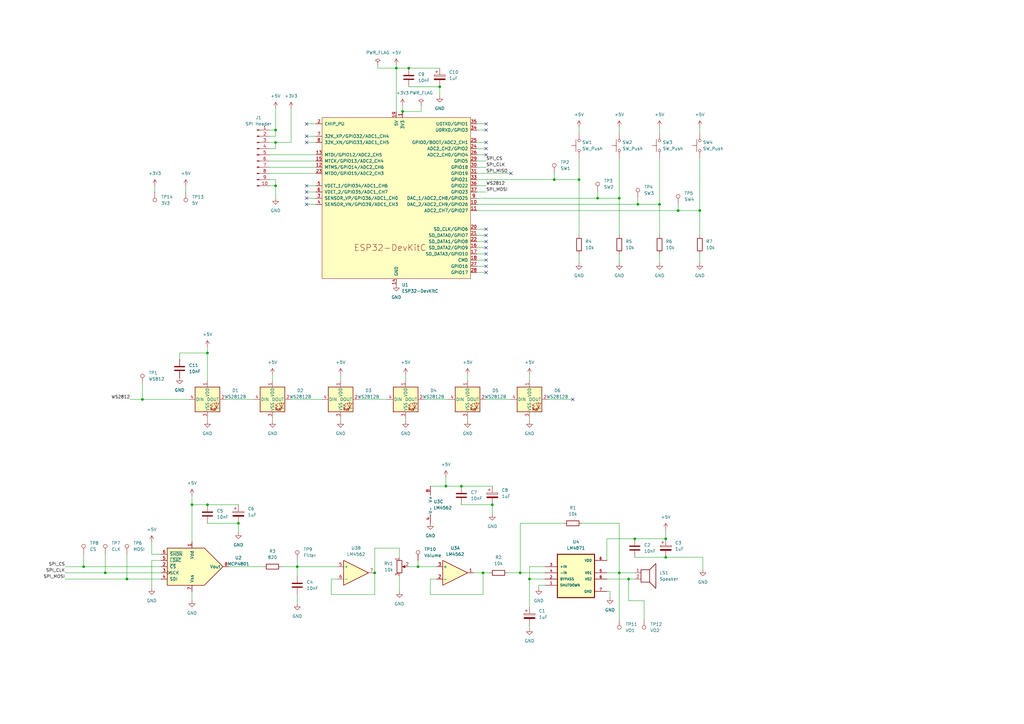
<source format=kicad_sch>
(kicad_sch (version 20230121) (generator eeschema)
  (paper "A3")
  (lib_symbols
    (symbol "Amplifier_Operational:LM4562" (pin_names (offset 0.127))
      (property "Reference" "U" (at 0 5.08 0))
      (property "Value" "LM4562" (at 0 -5.08 0))
      (symbol "LM4562_1_1"
        (polyline (pts (xy -5.08 5.08) (xy 5.08 0) (xy -5.08 -5.08) (xy -5.08 5.08)) (stroke (width 0.254)) (fill (type background)))
        (pin output line (at 7.62 0 180) (length 2.54) (name "~") (number "1"))
        (pin input line (at -7.62 -2.54 0) (length 2.54) (name "-") (number "2"))
        (pin input line (at -7.62 2.54 0) (length 2.54) (name "+") (number "3"))
      )
      (symbol "LM4562_2_1"
        (polyline (pts (xy -5.08 5.08) (xy 5.08 0) (xy -5.08 -5.08) (xy -5.08 5.08)) (stroke (width 0.254)) (fill (type background)))
        (pin input line (at -7.62 2.54 0) (length 2.54) (name "+") (number "5"))
        (pin input line (at -7.62 -2.54 0) (length 2.54) (name "-") (number "6"))
        (pin output line (at 7.62 0 180) (length 2.54) (name "~") (number "7"))
      )
      (symbol "LM4562_3_1"
        (pin power_in line (at -2.54 -7.62 90) (length 3.81) (name "V-") (number "4"))
        (pin power_in line (at -2.54 7.62 270) (length 3.81) (name "V+") (number "8"))
      )
    )
    (symbol "Analog_DAC:MCP4801" (pin_names (offset 1.016))
      (property "Reference" "U" (at 1.27 10.795 0))
      (property "Value" "MCP4801" (at 1.27 8.89 0))
      (symbol "MCP4801_0_0"
        (polyline (pts (xy 12.7 0) (xy 5.08 7.62) (xy -10.16 7.62) (xy -10.16 -7.62) (xy 5.08 -7.62) (xy 12.7 0)) (stroke (width 0.254)) (fill (type background)))
      )
      (symbol "MCP4801_1_1"
        (pin power_in line (at 0 10.16 270) (length 2.54) (name "Vdd") (number "1"))
        (pin input line (at -12.7 0 0) (length 2.54) (name "~{CS}") (number "2"))
        (pin input clock (at -12.7 -2.54 0) (length 2.54) (name "SCK") (number "3"))
        (pin input line (at -12.7 -5.08 0) (length 2.54) (name "SDI") (number "4"))
        (pin input line (at -12.7 2.54 0) (length 2.54) (name "~{LDAC}") (number "5"))
        (pin input line (at -12.7 5.08 0) (length 2.54) (name "~{SHDN}") (number "6"))
        (pin power_in line (at 0 -10.16 90) (length 2.54) (name "Vss") (number "7"))
        (pin output line (at 15.24 0 180) (length 2.54) (name "Vout") (number "8"))
      )
    )
    (symbol "Connector:Conn_01x10_Pin" (pin_names (offset 1.016) hide)
      (property "Reference" "J" (at 0 12.7 0))
      (property "Value" "Conn_01x10_Pin" (at 0 -15.24 0))
      (symbol "Conn_01x10_Pin_1_1"
        (polyline (pts (xy 1.27 -12.7) (xy 0.8636 -12.7)) (stroke (width 0.1524)))
        (polyline (pts (xy 1.27 -10.16) (xy 0.8636 -10.16)) (stroke (width 0.1524)))
        (polyline (pts (xy 1.27 -7.62) (xy 0.8636 -7.62)) (stroke (width 0.1524)))
        (polyline (pts (xy 1.27 -5.08) (xy 0.8636 -5.08)) (stroke (width 0.1524)))
        (polyline (pts (xy 1.27 -2.54) (xy 0.8636 -2.54)) (stroke (width 0.1524)))
        (polyline (pts (xy 1.27 0) (xy 0.8636 0)) (stroke (width 0.1524)))
        (polyline (pts (xy 1.27 2.54) (xy 0.8636 2.54)) (stroke (width 0.1524)))
        (polyline (pts (xy 1.27 5.08) (xy 0.8636 5.08)) (stroke (width 0.1524)))
        (polyline (pts (xy 1.27 7.62) (xy 0.8636 7.62)) (stroke (width 0.1524)))
        (polyline (pts (xy 1.27 10.16) (xy 0.8636 10.16)) (stroke (width 0.1524)))
        (rectangle (start 0.8636 -12.573) (end 0 -12.827) (stroke (width 0.1524)) (fill (type outline)))
        (rectangle (start 0.8636 -10.033) (end 0 -10.287) (stroke (width 0.1524)) (fill (type outline)))
        (rectangle (start 0.8636 -7.493) (end 0 -7.747) (stroke (width 0.1524)) (fill (type outline)))
        (rectangle (start 0.8636 -4.953) (end 0 -5.207) (stroke (width 0.1524)) (fill (type outline)))
        (rectangle (start 0.8636 -2.413) (end 0 -2.667) (stroke (width 0.1524)) (fill (type outline)))
        (rectangle (start 0.8636 0.127) (end 0 -0.127) (stroke (width 0.1524)) (fill (type outline)))
        (rectangle (start 0.8636 2.667) (end 0 2.413) (stroke (width 0.1524)) (fill (type outline)))
        (rectangle (start 0.8636 5.207) (end 0 4.953) (stroke (width 0.1524)) (fill (type outline)))
        (rectangle (start 0.8636 7.747) (end 0 7.493) (stroke (width 0.1524)) (fill (type outline)))
        (rectangle (start 0.8636 10.287) (end 0 10.033) (stroke (width 0.1524)) (fill (type outline)))
        (pin passive line (at 5.08 10.16 180) (length 3.81) (name "Pin_1") (number "1"))
        (pin passive line (at 5.08 -12.7 180) (length 3.81) (name "Pin_10") (number "10"))
        (pin passive line (at 5.08 7.62 180) (length 3.81) (name "Pin_2") (number "2"))
        (pin passive line (at 5.08 5.08 180) (length 3.81) (name "Pin_3") (number "3"))
        (pin passive line (at 5.08 2.54 180) (length 3.81) (name "Pin_4") (number "4"))
        (pin passive line (at 5.08 0 180) (length 3.81) (name "Pin_5") (number "5"))
        (pin passive line (at 5.08 -2.54 180) (length 3.81) (name "Pin_6") (number "6"))
        (pin passive line (at 5.08 -5.08 180) (length 3.81) (name "Pin_7") (number "7"))
        (pin passive line (at 5.08 -7.62 180) (length 3.81) (name "Pin_8") (number "8"))
        (pin passive line (at 5.08 -10.16 180) (length 3.81) (name "Pin_9") (number "9"))
      )
    )
    (symbol "Connector:TestPoint" (pin_numbers hide) (pin_names (offset 0.762) hide)
      (property "Reference" "TP" (at 0 6.858 0))
      (property "Value" "TestPoint" (at 0 5.08 0))
      (symbol "TestPoint_0_1"
        (circle (center 0 3.302) (radius 0.762))
      )
      (symbol "TestPoint_1_1"
        (pin passive line (at 0 0 90) (length 2.54) (name "1") (number "1"))
      )
    )
    (symbol "Device:C" (pin_numbers hide) (pin_names (offset 0.254))
      (property "Reference" "C" (at 0.635 2.54 0))
      (property "Value" "C" (at 0.635 -2.54 0))
      (symbol "C_0_1"
        (polyline (pts (xy -2.032 -0.762) (xy 2.032 -0.762)) (stroke (width 0.508)))
        (polyline (pts (xy -2.032 0.762) (xy 2.032 0.762)) (stroke (width 0.508)))
      )
      (symbol "C_1_1"
        (pin passive line (at 0 3.81 270) (length 2.794) (name "~") (number "1"))
        (pin passive line (at 0 -3.81 90) (length 2.794) (name "~") (number "2"))
      )
    )
    (symbol "Device:C_Polarized" (pin_numbers hide) (pin_names (offset 0.254))
      (property "Reference" "C" (at 0.635 2.54 0))
      (property "Value" "C_Polarized" (at 0.635 -2.54 0))
      (symbol "C_Polarized_0_1"
        (rectangle (start -2.286 0.508) (end 2.286 1.016))
        (polyline (pts (xy -1.778 2.286) (xy -0.762 2.286)))
        (polyline (pts (xy -1.27 2.794) (xy -1.27 1.778)))
        (rectangle (start 2.286 -0.508) (end -2.286 -1.016) (fill (type outline)))
      )
      (symbol "C_Polarized_1_1"
        (pin passive line (at 0 3.81 270) (length 2.794) (name "~") (number "1"))
        (pin passive line (at 0 -3.81 90) (length 2.794) (name "~") (number "2"))
      )
    )
    (symbol "Device:R" (pin_numbers hide) (pin_names (offset 0))
      (property "Reference" "R" (at 2.032 0 90))
      (property "Value" "R" (at 0 0 90))
      (symbol "R_0_1"
        (rectangle (start -1.016 -2.54) (end 1.016 2.54) (stroke (width 0.254)))
      )
      (symbol "R_1_1"
        (pin passive line (at 0 3.81 270) (length 1.27) (name "~") (number "1"))
        (pin passive line (at 0 -3.81 90) (length 1.27) (name "~") (number "2"))
      )
    )
    (symbol "Device:R_Potentiometer" (pin_names (offset 1.016) hide)
      (property "Reference" "RV" (at -4.445 0 90))
      (property "Value" "R_Potentiometer" (at -2.54 0 90))
      (symbol "R_Potentiometer_0_1"
        (polyline (pts (xy 2.54 0) (xy 1.524 0)))
        (polyline (pts (xy 1.143 0) (xy 2.286 0.508) (xy 2.286 -0.508) (xy 1.143 0)) (fill (type outline)))
        (rectangle (start 1.016 2.54) (end -1.016 -2.54) (stroke (width 0.254)))
      )
      (symbol "R_Potentiometer_1_1"
        (pin passive line (at 0 3.81 270) (length 1.27) (name "1") (number "1"))
        (pin passive line (at 3.81 0 180) (length 1.27) (name "2") (number "2"))
        (pin passive line (at 0 -3.81 90) (length 1.27) (name "3") (number "3"))
      )
    )
    (symbol "Device:Speaker" (pin_names (offset 0) hide)
      (property "Reference" "LS" (at 1.27 5.715 0))
      (property "Value" "Speaker" (at 1.27 3.81 0))
      (symbol "Speaker_0_0"
        (rectangle (start -2.54 1.27) (end 1.016 -3.81) (stroke (width 0.254)))
        (polyline (pts (xy 1.016 1.27) (xy 3.556 3.81) (xy 3.556 -6.35) (xy 1.016 -3.81)) (stroke (width 0.254)))
      )
      (symbol "Speaker_1_1"
        (pin input line (at -5.08 0 0) (length 2.54) (name "1") (number "1"))
        (pin input line (at -5.08 -2.54 0) (length 2.54) (name "2") (number "2"))
      )
    )
    (symbol "LED:WS2812B" (pin_names (offset 0.254))
      (property "Reference" "D" (at 5.08 5.715 0))
      (property "Value" "WS2812B" (at 1.27 -5.715 0))
      (symbol "WS2812B_0_0"
        (text "RGB" (at 2.286 -4.191 0) (effects (font (size 0.762 0.762))))
      )
      (symbol "WS2812B_0_1"
        (polyline (pts (xy 1.27 -3.556) (xy 1.778 -3.556)))
        (polyline (pts (xy 1.27 -2.54) (xy 1.778 -2.54)))
        (polyline (pts (xy 4.699 -3.556) (xy 2.667 -3.556)))
        (polyline (pts (xy 2.286 -2.54) (xy 1.27 -3.556) (xy 1.27 -3.048)))
        (polyline (pts (xy 2.286 -1.524) (xy 1.27 -2.54) (xy 1.27 -2.032)))
        (polyline (pts (xy 3.683 -1.016) (xy 3.683 -3.556) (xy 3.683 -4.064)))
        (polyline (pts (xy 4.699 -1.524) (xy 2.667 -1.524) (xy 3.683 -3.556) (xy 4.699 -1.524)))
        (rectangle (start 5.08 5.08) (end -5.08 -5.08) (stroke (width 0.254)) (fill (type background)))
      )
      (symbol "WS2812B_1_1"
        (pin power_in line (at 0 7.62 270) (length 2.54) (name "VDD") (number "1"))
        (pin output line (at 7.62 0 180) (length 2.54) (name "DOUT") (number "2"))
        (pin power_in line (at 0 -7.62 90) (length 2.54) (name "VSS") (number "3"))
        (pin input line (at -7.62 0 0) (length 2.54) (name "DIN") (number "4"))
      )
    )
    (symbol "LM4871:LM4871" (pin_names (offset 1.016))
      (property "Reference" "U" (at -8.89 10.16 0))
      (property "Value" "LM4871" (at -3.81 -11.43 0))
      (symbol "LM4871_0_0"
        (rectangle (start -7.62 8.89) (end 7.62 -8.89) (stroke (width 0.41)) (fill (type background)))
        (pin input line (at -12.7 -3.81 0) (length 5.08) (name "SHUTDOWN") (number "1"))
        (pin input line (at -12.7 -1.27 0) (length 5.08) (name "BYPASS") (number "2"))
        (pin input line (at -12.7 3.81 0) (length 5.08) (name "+IN") (number "3"))
        (pin input line (at -12.7 1.27 0) (length 5.08) (name "-IN") (number "4"))
        (pin output line (at 12.7 1.27 180) (length 5.08) (name "V01") (number "5"))
        (pin power_in line (at 12.7 6.35 180) (length 5.08) (name "VDD") (number "6"))
        (pin power_in line (at 12.7 -6.35 180) (length 5.08) (name "GND") (number "7"))
        (pin output line (at 12.7 -1.27 180) (length 5.08) (name "V02") (number "8"))
      )
    )
    (symbol "PCM_Espressif:ESP32-DevKitC" (pin_names (offset 1.016))
      (property "Reference" "U" (at -30.48 38.1 0))
      (property "Value" "ESP32-DevKitC" (at -30.48 35.56 0))
      (symbol "ESP32-DevKitC_0_0"
        (text "ESP32-DevKitC" (at -2.54 -20.32 0) (effects (font (size 2.54 2.54))))
        (pin power_in line (at 0 -35.56 90) (length 2.54) (name "GND") (number "14"))
        (pin power_in line (at 0 35.56 270) (length 2.54) (name "5V") (number "19"))
      )
      (symbol "ESP32-DevKitC_0_1"
        (rectangle (start -30.48 33.02) (end 30.48 -33.02) (fill (type background)))
      )
      (symbol "ESP32-DevKitC_1_1"
        (pin power_in line (at 2.54 35.56 270) (length 2.54) (name "3V3") (number "1"))
        (pin bidirectional line (at 33.02 -2.54 180) (length 2.54) (name "DAC_2/ADC2_CH9/GPIO26") (number "10"))
        (pin bidirectional line (at 33.02 -5.08 180) (length 2.54) (name "ADC2_CH7/GPIO27") (number "11"))
        (pin bidirectional line (at -33.02 12.7 0) (length 2.54) (name "MTMS/GPIO14/ADC2_CH6") (number "12"))
        (pin bidirectional line (at -33.02 17.78 0) (length 2.54) (name "MTDI/GPIO12/ADC2_CH5") (number "13"))
        (pin bidirectional line (at -33.02 15.24 0) (length 2.54) (name "MTCK/GPIO13/ADC2_CH4") (number "15"))
        (pin bidirectional line (at 33.02 -20.32 180) (length 2.54) (name "SD_DATA2/GPIO9") (number "16"))
        (pin bidirectional line (at 33.02 -22.86 180) (length 2.54) (name "SD_DATA3/GPIO10") (number "17"))
        (pin bidirectional line (at 33.02 -25.4 180) (length 2.54) (name "CMD") (number "18"))
        (pin input line (at -33.02 30.48 0) (length 2.54) (name "CHIP_PU") (number "2"))
        (pin bidirectional line (at 33.02 -12.7 180) (length 2.54) (name "SD_CLK/GPIO6") (number "20"))
        (pin bidirectional line (at 33.02 -15.24 180) (length 2.54) (name "SD_DATA0/GPIO7") (number "21"))
        (pin bidirectional line (at 33.02 -17.78 180) (length 2.54) (name "SD_DATA1/GPIO8") (number "22"))
        (pin bidirectional line (at -33.02 10.16 0) (length 2.54) (name "MTDO/GPIO15/ADC2_CH3") (number "23"))
        (pin bidirectional line (at 33.02 20.32 180) (length 2.54) (name "ADC2_CH2/GPIO2") (number "24"))
        (pin bidirectional line (at 33.02 22.86 180) (length 2.54) (name "GPIO0/BOOT/ADC2_CH1") (number "25"))
        (pin bidirectional line (at 33.02 17.78 180) (length 2.54) (name "ADC2_CH0/GPIO4") (number "26"))
        (pin bidirectional line (at 33.02 -27.94 180) (length 2.54) (name "GPIO16") (number "27"))
        (pin bidirectional line (at 33.02 -30.48 180) (length 2.54) (name "GPIO17") (number "28"))
        (pin bidirectional line (at 33.02 15.24 180) (length 2.54) (name "GPIO5") (number "29"))
        (pin input line (at -33.02 0 0) (length 2.54) (name "SENSOR_VP/GPIO36/ADC1_CH0") (number "3"))
        (pin bidirectional line (at 33.02 12.7 180) (length 2.54) (name "GPIO18") (number "30"))
        (pin bidirectional line (at 33.02 10.16 180) (length 2.54) (name "GPIO19") (number "31"))
        (pin passive line (at 0 -35.56 90) (length 2.54) hide (name "GND") (number "32"))
        (pin bidirectional line (at 33.02 7.62 180) (length 2.54) (name "GPIO21") (number "33"))
        (pin bidirectional line (at 33.02 27.94 180) (length 2.54) (name "U0RXD/GPIO3") (number "34"))
        (pin bidirectional line (at 33.02 30.48 180) (length 2.54) (name "U0TXD/GPIO1") (number "35"))
        (pin bidirectional line (at 33.02 5.08 180) (length 2.54) (name "GPIO22") (number "36"))
        (pin bidirectional line (at 33.02 2.54 180) (length 2.54) (name "GPIO23") (number "37"))
        (pin passive line (at 0 -35.56 90) (length 2.54) hide (name "GND") (number "38"))
        (pin input line (at -33.02 -2.54 0) (length 2.54) (name "SENSOR_VN/GPIO39/ADC1_CH3") (number "4"))
        (pin input line (at -33.02 5.08 0) (length 2.54) (name "VDET_1/GPIO34/ADC1_CH6") (number "5"))
        (pin input line (at -33.02 2.54 0) (length 2.54) (name "VDET_2/GPIO35/ADC1_CH7") (number "6"))
        (pin bidirectional line (at -33.02 25.4 0) (length 2.54) (name "32K_XP/GPIO32/ADC1_CH4") (number "7"))
        (pin bidirectional line (at -33.02 22.86 0) (length 2.54) (name "32K_XN/GPIO33/ADC1_CH5") (number "8"))
        (pin bidirectional line (at 33.02 0 180) (length 2.54) (name "DAC_1/ADC2_CH8/GPIO25") (number "9"))
      )
    )
    (symbol "Switch:SW_Push" (pin_numbers hide) (pin_names (offset 1.016) hide)
      (property "Reference" "SW" (at 1.27 2.54 0))
      (property "Value" "SW_Push" (at 0 -1.524 0))
      (symbol "SW_Push_0_1"
        (circle (center -2.032 0) (radius 0.508))
        (polyline (pts (xy 0 1.27) (xy 0 3.048)))
        (polyline (pts (xy 2.54 1.27) (xy -2.54 1.27)))
        (circle (center 2.032 0) (radius 0.508))
        (pin passive line (at -5.08 0 0) (length 2.54) (name "1") (number "1"))
        (pin passive line (at 5.08 0 180) (length 2.54) (name "2") (number "2"))
      )
    )
    (symbol "power:+3V3" (power) (pin_names (offset 0))
      (property "Value" "+3V3" (at 0 3.556 0))
      (symbol "+3V3_0_1"
        (polyline (pts (xy -0.762 1.27) (xy 0 2.54)))
        (polyline (pts (xy 0 0) (xy 0 2.54)))
        (polyline (pts (xy 0 2.54) (xy 0.762 1.27)))
      )
      (symbol "+3V3_1_1"
        (pin power_in line (at 0 0 90) (length 0) hide (name "+3V3") (number "1"))
      )
    )
    (symbol "power:+5V" (power) (pin_names (offset 0))
      (property "Value" "+5V" (at 0 3.556 0))
      (symbol "+5V_0_1"
        (polyline (pts (xy -0.762 1.27) (xy 0 2.54)))
        (polyline (pts (xy 0 0) (xy 0 2.54)))
        (polyline (pts (xy 0 2.54) (xy 0.762 1.27)))
      )
      (symbol "+5V_1_1"
        (pin power_in line (at 0 0 90) (length 0) hide (name "+5V") (number "1"))
      )
    )
    (symbol "power:GND" (power) (pin_names (offset 0))
      (property "Value" "GND" (at 0 -3.81 0))
      (symbol "GND_0_1"
        (polyline (pts (xy 0 0) (xy 0 -1.27) (xy 1.27 -1.27) (xy 0 -2.54) (xy -1.27 -1.27) (xy 0 -1.27)))
      )
      (symbol "GND_1_1"
        (pin power_in line (at 0 0 270) (length 0) hide (name "GND") (number "1"))
      )
    )
    (symbol "power:PWR_FLAG" (power) (pin_numbers hide) (pin_names (offset 0) hide)
      (property "Value" "PWR_FLAG" (at 0 3.81 0))
      (symbol "PWR_FLAG_0_0"
        (pin power_out line (at 0 0 90) (length 0) (name "pwr") (number "1"))
      )
      (symbol "PWR_FLAG_0_1"
        (polyline (pts (xy 0 0) (xy 0 1.27) (xy -1.016 1.905) (xy 0 2.54) (xy 1.016 1.905) (xy 0 1.27)))
      )
    )
  )
  (junction (at 270.51 83.82))
  (junction (at 85.09 207.01))
  (junction (at 237.49 73.66))
  (junction (at 189.23 199.39))
  (junction (at 113.03 53.34))
  (junction (at 43.18 234.95))
  (junction (at 171.45 232.41))
  (junction (at 34.29 232.41))
  (junction (at 257.81 237.49))
  (junction (at 201.93 207.01))
  (junction (at 113.03 58.42))
  (junction (at 261.62 83.82))
  (junction (at 78.74 207.01))
  (junction (at 273.05 220.98))
  (junction (at 165.1 45.72))
  (junction (at 245.11 81.28))
  (junction (at 254 234.95))
  (junction (at 52.07 237.49))
  (junction (at 227.33 73.66))
  (junction (at 180.34 35.56))
  (junction (at 97.79 214.63))
  (junction (at 273.05 228.6))
  (junction (at 85.09 144.78))
  (junction (at 182.88 199.39))
  (junction (at 113.03 76.2))
  (junction (at 167.64 27.94))
  (junction (at 254 81.28))
  (junction (at 162.56 27.94))
  (junction (at 198.12 234.95))
  (junction (at 121.92 232.41))
  (junction (at 213.36 234.95))
  (junction (at 217.17 237.49))
  (junction (at 153.67 234.95))
  (junction (at 287.02 86.36))
  (junction (at 260.35 220.98))
  (junction (at 278.13 86.36))
  (junction (at 58.42 163.83))
  (no_connect (at 125.73 78.74))
  (no_connect (at 199.39 109.22))
  (no_connect (at 199.39 93.98))
  (no_connect (at 199.39 58.42))
  (no_connect (at 199.39 99.06))
  (no_connect (at 209.55 71.12))
  (no_connect (at 199.39 60.96))
  (no_connect (at 125.73 55.88))
  (no_connect (at 199.39 101.6))
  (no_connect (at 199.39 96.52))
  (no_connect (at 125.73 81.28))
  (no_connect (at 125.73 83.82))
  (no_connect (at 199.39 53.34))
  (no_connect (at 125.73 76.2))
  (no_connect (at 125.73 58.42))
  (no_connect (at 125.73 50.8))
  (no_connect (at 199.39 50.8))
  (no_connect (at 234.95 163.83))
  (no_connect (at 199.39 63.5))
  (no_connect (at 199.39 106.68))
  (no_connect (at 199.39 111.76))
  (no_connect (at 199.39 104.14))
  (wire (pts (xy 52.07 227.33) (xy 52.07 237.49)))
  (wire (pts (xy 162.56 27.94) (xy 154.94 27.94)))
  (wire (pts (xy 165.1 43.18) (xy 165.1 45.72)))
  (wire (pts (xy 264.16 246.38) (xy 264.16 254)))
  (wire (pts (xy 254 52.07) (xy 254 54.61)))
  (wire (pts (xy 58.42 163.83) (xy 77.47 163.83)))
  (wire (pts (xy 113.03 58.42) (xy 113.03 60.96)))
  (wire (pts (xy 273.05 217.17) (xy 273.05 220.98)))
  (wire (pts (xy 76.2 78.74) (xy 76.2 76.2)))
  (wire (pts (xy 195.58 73.66) (xy 227.33 73.66)))
  (wire (pts (xy 273.05 220.98) (xy 260.35 220.98)))
  (wire (pts (xy 287.02 86.36) (xy 287.02 96.52)))
  (wire (pts (xy 199.39 53.34) (xy 195.58 53.34)))
  (wire (pts (xy 250.19 242.57) (xy 250.19 245.11)))
  (wire (pts (xy 213.36 234.95) (xy 223.52 234.95)))
  (wire (pts (xy 111.76 153.67) (xy 111.76 156.21)))
  (wire (pts (xy 261.62 81.28) (xy 261.62 83.82)))
  (wire (pts (xy 199.39 111.76) (xy 195.58 111.76)))
  (wire (pts (xy 113.03 55.88) (xy 113.03 53.34)))
  (wire (pts (xy 248.92 237.49) (xy 257.81 237.49)))
  (wire (pts (xy 217.17 232.41) (xy 217.17 237.49)))
  (wire (pts (xy 78.74 207.01) (xy 78.74 222.25)))
  (wire (pts (xy 278.13 83.82) (xy 278.13 86.36)))
  (wire (pts (xy 163.83 228.6) (xy 163.83 224.79)))
  (wire (pts (xy 257.81 237.49) (xy 260.35 237.49)))
  (wire (pts (xy 227.33 71.12) (xy 227.33 73.66)))
  (wire (pts (xy 199.39 101.6) (xy 195.58 101.6)))
  (wire (pts (xy 135.89 243.84) (xy 153.67 243.84)))
  (wire (pts (xy 113.03 58.42) (xy 119.38 58.42)))
  (wire (pts (xy 52.07 237.49) (xy 66.04 237.49)))
  (wire (pts (xy 199.39 66.04) (xy 195.58 66.04)))
  (wire (pts (xy 78.74 207.01) (xy 85.09 207.01)))
  (wire (pts (xy 110.49 71.12) (xy 129.54 71.12)))
  (wire (pts (xy 254 234.95) (xy 260.35 234.95)))
  (wire (pts (xy 93.98 232.41) (xy 107.95 232.41)))
  (wire (pts (xy 125.73 76.2) (xy 129.54 76.2)))
  (wire (pts (xy 257.81 246.38) (xy 257.81 237.49)))
  (wire (pts (xy 135.89 237.49) (xy 135.89 243.84)))
  (wire (pts (xy 125.73 78.74) (xy 129.54 78.74)))
  (wire (pts (xy 162.56 26.67) (xy 162.56 27.94)))
  (wire (pts (xy 53.34 163.83) (xy 58.42 163.83)))
  (wire (pts (xy 113.03 44.45) (xy 113.03 53.34)))
  (wire (pts (xy 220.98 241.3) (xy 220.98 240.03)))
  (wire (pts (xy 248.92 220.98) (xy 248.92 229.87)))
  (wire (pts (xy 92.71 163.83) (xy 104.14 163.83)))
  (wire (pts (xy 195.58 76.2) (xy 199.39 76.2)))
  (wire (pts (xy 166.37 153.67) (xy 166.37 156.21)))
  (wire (pts (xy 287.02 104.14) (xy 287.02 107.95)))
  (wire (pts (xy 199.39 63.5) (xy 195.58 63.5)))
  (wire (pts (xy 139.7 153.67) (xy 139.7 156.21)))
  (wire (pts (xy 85.09 172.72) (xy 85.09 171.45)))
  (wire (pts (xy 223.52 232.41) (xy 217.17 232.41)))
  (wire (pts (xy 199.39 96.52) (xy 195.58 96.52)))
  (wire (pts (xy 110.49 73.66) (xy 113.03 73.66)))
  (wire (pts (xy 115.57 232.41) (xy 121.92 232.41)))
  (wire (pts (xy 110.49 55.88) (xy 113.03 55.88)))
  (wire (pts (xy 66.04 229.87) (xy 62.23 229.87)))
  (wire (pts (xy 125.73 83.82) (xy 129.54 83.82)))
  (wire (pts (xy 213.36 214.63) (xy 213.36 234.95)))
  (wire (pts (xy 208.28 234.95) (xy 213.36 234.95)))
  (wire (pts (xy 195.58 83.82) (xy 261.62 83.82)))
  (wire (pts (xy 199.39 99.06) (xy 195.58 99.06)))
  (wire (pts (xy 138.43 237.49) (xy 135.89 237.49)))
  (wire (pts (xy 217.17 172.72) (xy 217.17 171.45)))
  (wire (pts (xy 195.58 86.36) (xy 278.13 86.36)))
  (wire (pts (xy 111.76 172.72) (xy 111.76 171.45)))
  (wire (pts (xy 78.74 242.57) (xy 78.74 246.38)))
  (wire (pts (xy 254 104.14) (xy 254 107.95)))
  (wire (pts (xy 121.92 232.41) (xy 138.43 232.41)))
  (wire (pts (xy 85.09 144.78) (xy 73.66 144.78)))
  (wire (pts (xy 198.12 234.95) (xy 200.66 234.95)))
  (wire (pts (xy 270.51 104.14) (xy 270.51 107.95)))
  (wire (pts (xy 73.66 144.78) (xy 73.66 147.32)))
  (wire (pts (xy 85.09 142.24) (xy 85.09 144.78)))
  (wire (pts (xy 85.09 214.63) (xy 97.79 214.63)))
  (wire (pts (xy 199.39 93.98) (xy 195.58 93.98)))
  (wire (pts (xy 217.17 153.67) (xy 217.17 156.21)))
  (wire (pts (xy 254 81.28) (xy 254 96.52)))
  (wire (pts (xy 199.39 109.22) (xy 195.58 109.22)))
  (wire (pts (xy 26.67 234.95) (xy 43.18 234.95)))
  (wire (pts (xy 110.49 58.42) (xy 113.03 58.42)))
  (wire (pts (xy 43.18 227.33) (xy 43.18 234.95)))
  (wire (pts (xy 254 234.95) (xy 254 214.63)))
  (wire (pts (xy 26.67 237.49) (xy 52.07 237.49)))
  (wire (pts (xy 97.79 207.01) (xy 85.09 207.01)))
  (wire (pts (xy 172.72 45.72) (xy 165.1 45.72)))
  (wire (pts (xy 171.45 229.87) (xy 171.45 232.41)))
  (wire (pts (xy 43.18 234.95) (xy 66.04 234.95)))
  (wire (pts (xy 176.53 199.39) (xy 182.88 199.39)))
  (wire (pts (xy 113.03 60.96) (xy 110.49 60.96)))
  (wire (pts (xy 199.39 60.96) (xy 195.58 60.96)))
  (wire (pts (xy 66.04 227.33) (xy 62.23 227.33)))
  (wire (pts (xy 198.12 243.84) (xy 176.53 243.84)))
  (wire (pts (xy 260.35 220.98) (xy 248.92 220.98)))
  (wire (pts (xy 237.49 104.14) (xy 237.49 107.95)))
  (wire (pts (xy 220.98 240.03) (xy 223.52 240.03)))
  (wire (pts (xy 234.95 163.83) (xy 224.79 163.83)))
  (wire (pts (xy 121.92 229.87) (xy 121.92 232.41)))
  (wire (pts (xy 154.94 27.94) (xy 154.94 26.67)))
  (wire (pts (xy 287.02 64.77) (xy 287.02 86.36)))
  (wire (pts (xy 125.73 58.42) (xy 129.54 58.42)))
  (wire (pts (xy 113.03 73.66) (xy 113.03 76.2)))
  (wire (pts (xy 195.58 71.12) (xy 209.55 71.12)))
  (wire (pts (xy 260.35 228.6) (xy 273.05 228.6)))
  (wire (pts (xy 163.83 236.22) (xy 163.83 242.57)))
  (wire (pts (xy 121.92 232.41) (xy 121.92 236.22)))
  (wire (pts (xy 34.29 232.41) (xy 66.04 232.41)))
  (wire (pts (xy 172.72 43.18) (xy 172.72 45.72)))
  (wire (pts (xy 163.83 224.79) (xy 153.67 224.79)))
  (wire (pts (xy 113.03 76.2) (xy 113.03 81.28)))
  (wire (pts (xy 63.5 78.74) (xy 63.5 76.2)))
  (wire (pts (xy 199.39 50.8) (xy 195.58 50.8)))
  (wire (pts (xy 254 64.77) (xy 254 81.28)))
  (wire (pts (xy 199.39 106.68) (xy 195.58 106.68)))
  (wire (pts (xy 34.29 227.33) (xy 34.29 232.41)))
  (wire (pts (xy 201.93 210.82) (xy 201.93 207.01)))
  (wire (pts (xy 199.39 68.58) (xy 195.58 68.58)))
  (wire (pts (xy 217.17 237.49) (xy 223.52 237.49)))
  (wire (pts (xy 62.23 229.87) (xy 62.23 241.3)))
  (wire (pts (xy 264.16 246.38) (xy 257.81 246.38)))
  (wire (pts (xy 153.67 243.84) (xy 153.67 234.95)))
  (wire (pts (xy 270.51 64.77) (xy 270.51 83.82)))
  (wire (pts (xy 162.56 27.94) (xy 162.56 45.72)))
  (wire (pts (xy 245.11 81.28) (xy 254 81.28)))
  (wire (pts (xy 62.23 222.25) (xy 62.23 227.33)))
  (wire (pts (xy 176.53 243.84) (xy 176.53 237.49)))
  (wire (pts (xy 110.49 66.04) (xy 129.54 66.04)))
  (wire (pts (xy 245.11 78.74) (xy 245.11 81.28)))
  (wire (pts (xy 237.49 73.66) (xy 237.49 96.52)))
  (wire (pts (xy 199.39 58.42) (xy 195.58 58.42)))
  (wire (pts (xy 110.49 63.5) (xy 129.54 63.5)))
  (wire (pts (xy 217.17 237.49) (xy 217.17 248.92)))
  (wire (pts (xy 26.67 232.41) (xy 34.29 232.41)))
  (wire (pts (xy 139.7 172.72) (xy 139.7 171.45)))
  (wire (pts (xy 182.88 195.58) (xy 182.88 199.39)))
  (wire (pts (xy 198.12 234.95) (xy 198.12 243.84)))
  (wire (pts (xy 171.45 232.41) (xy 179.07 232.41)))
  (wire (pts (xy 121.92 243.84) (xy 121.92 247.65)))
  (wire (pts (xy 182.88 199.39) (xy 189.23 199.39)))
  (wire (pts (xy 237.49 52.07) (xy 237.49 54.61)))
  (wire (pts (xy 119.38 163.83) (xy 132.08 163.83)))
  (wire (pts (xy 270.51 52.07) (xy 270.51 54.61)))
  (wire (pts (xy 227.33 73.66) (xy 237.49 73.66)))
  (wire (pts (xy 248.92 234.95) (xy 254 234.95)))
  (wire (pts (xy 201.93 199.39) (xy 189.23 199.39)))
  (wire (pts (xy 237.49 64.77) (xy 237.49 73.66)))
  (wire (pts (xy 180.34 39.37) (xy 180.34 35.56)))
  (wire (pts (xy 125.73 50.8) (xy 129.54 50.8)))
  (wire (pts (xy 125.73 55.88) (xy 129.54 55.88)))
  (wire (pts (xy 261.62 83.82) (xy 270.51 83.82)))
  (wire (pts (xy 119.38 44.45) (xy 119.38 58.42)))
  (wire (pts (xy 288.29 228.6) (xy 288.29 233.68)))
  (wire (pts (xy 194.31 234.95) (xy 198.12 234.95)))
  (wire (pts (xy 278.13 86.36) (xy 287.02 86.36)))
  (wire (pts (xy 176.53 237.49) (xy 179.07 237.49)))
  (wire (pts (xy 167.64 35.56) (xy 180.34 35.56)))
  (wire (pts (xy 287.02 52.07) (xy 287.02 54.61)))
  (wire (pts (xy 195.58 81.28) (xy 245.11 81.28)))
  (wire (pts (xy 217.17 257.81) (xy 217.17 256.54)))
  (wire (pts (xy 173.99 163.83) (xy 184.15 163.83)))
  (wire (pts (xy 199.39 104.14) (xy 195.58 104.14)))
  (wire (pts (xy 199.39 163.83) (xy 209.55 163.83)))
  (wire (pts (xy 147.32 163.83) (xy 158.75 163.83)))
  (wire (pts (xy 191.77 172.72) (xy 191.77 171.45)))
  (wire (pts (xy 238.76 214.63) (xy 254 214.63)))
  (wire (pts (xy 125.73 81.28) (xy 129.54 81.28)))
  (wire (pts (xy 166.37 172.72) (xy 166.37 171.45)))
  (wire (pts (xy 78.74 203.2) (xy 78.74 207.01)))
  (wire (pts (xy 113.03 53.34) (xy 110.49 53.34)))
  (wire (pts (xy 113.03 76.2) (xy 110.49 76.2)))
  (wire (pts (xy 58.42 157.48) (xy 58.42 163.83)))
  (wire (pts (xy 199.39 78.74) (xy 195.58 78.74)))
  (wire (pts (xy 153.67 224.79) (xy 153.67 234.95)))
  (wire (pts (xy 248.92 242.57) (xy 250.19 242.57)))
  (wire (pts (xy 97.79 218.44) (xy 97.79 214.63)))
  (wire (pts (xy 270.51 83.82) (xy 270.51 96.52)))
  (wire (pts (xy 254 234.95) (xy 254 254)))
  (wire (pts (xy 180.34 27.94) (xy 167.64 27.94)))
  (wire (pts (xy 110.49 68.58) (xy 129.54 68.58)))
  (wire (pts (xy 189.23 207.01) (xy 201.93 207.01)))
  (wire (pts (xy 167.64 232.41) (xy 171.45 232.41)))
  (wire (pts (xy 273.05 228.6) (xy 288.29 228.6)))
  (wire (pts (xy 85.09 156.21) (xy 85.09 144.78)))
  (wire (pts (xy 191.77 153.67) (xy 191.77 156.21)))
  (wire (pts (xy 162.56 27.94) (xy 167.64 27.94)))
  (wire (pts (xy 213.36 214.63) (xy 231.14 214.63)))
  (label "SPI_CLK" (at 26.67 234.95 180))
  (label "SPI_CS" (at 26.67 232.41 180))
  (label "SPI_MISO" (at 199.39 71.12 0))
  (label "WS2812" (at 199.39 76.2 0))
  (label "SPI_CLK" (at 199.39 68.58 0))
  (label "WS2812" (at 53.34 163.83 180))
  (label "SPI_MOSI" (at 199.39 78.74 0))
  (label "SPI_CS" (at 199.39 66.04 0))
  (label "SPI_MOSI" (at 26.67 237.49 180))
  (symbol (lib_id "Device:C") (at 85.09 210.82 0) (unit 1)
    (property "Reference" "C5" (at 88.9 209.55 0) (effects (justify left)))
    (property "Value" "10nF" (at 88.9 212.09 0) (effects (justify left)))
    (property "Footprint" "Capacitor_SMD:C_1206_3216Metric_Pad1.33x1.80mm_HandSolder" (effects hide))
  )
  (symbol (lib_id "power:+5V") (at 270.51 52.07 0) (unit 1)
    (property "Reference" "#PWR035" (effects hide))
    (property "Value" "+5V" (at 270.51 46.99 0))
  )
  (symbol (lib_id "Device:C_Polarized") (at 273.05 224.79 0) (unit 1)
    (property "Reference" "C3" (at 276.86 222.631 0) (effects (justify left)))
    (property "Value" "1uF" (at 276.86 225.171 0) (effects (justify left)))
    (property "Footprint" "Capacitor_THT:CP_Radial_D5.0mm_P2.50mm" (effects hide))
  )
  (symbol (lib_id "power:GND") (at 201.93 210.82 0) (unit 1)
    (property "Reference" "#PWR012" (effects hide))
    (property "Value" "GND" (at 201.93 215.9 0))
  )
  (symbol (lib_id "Device:C") (at 189.23 203.2 0) (unit 1)
    (property "Reference" "C7" (at 193.04 201.93 0) (effects (justify left)))
    (property "Value" "10nF" (at 193.04 204.47 0) (effects (justify left)))
    (property "Footprint" "Capacitor_SMD:C_1206_3216Metric_Pad1.33x1.80mm_HandSolder" (effects hide))
  )
  (symbol (lib_id "Connector:TestPoint") (at 34.29 227.33 0) (unit 1)
    (property "Reference" "TP8" (at 36.83 222.758 0) (effects (justify left)))
    (property "Value" "CS" (at 36.83 225.298 0) (effects (justify left)))
    (property "Footprint" "TestPoint:TestPoint_Pad_D3.0mm" (effects hide))
  )
  (symbol (lib_id "power:GND") (at 111.76 172.72 0) (unit 1)
    (property "Reference" "#PWR028" (effects hide))
    (property "Value" "GND" (at 111.76 177.8 0))
  )
  (symbol (lib_id "Device:R") (at 234.95 214.63 90) (unit 1)
    (property "Reference" "R1" (at 234.95 208.28 90))
    (property "Value" "10k" (at 234.95 210.82 90))
    (property "Footprint" "Resistor_SMD:R_0805_2012Metric_Pad1.20x1.40mm_HandSolder" (effects hide))
  )
  (symbol (lib_id "Connector:TestPoint") (at 171.45 229.87 0) (unit 1)
    (property "Reference" "TP10" (at 173.99 225.298 0) (effects (justify left)))
    (property "Value" "Volume" (at 173.99 227.838 0) (effects (justify left)))
    (property "Footprint" "TestPoint:TestPoint_Pad_D3.0mm" (effects hide))
  )
  (symbol (lib_id "Connector:TestPoint") (at 63.5 78.74 180) (unit 1)
    (property "Reference" "TP14" (at 66.04 80.772 0) (effects (justify right)))
    (property "Value" "3V3" (at 66.04 83.312 0) (effects (justify right)))
    (property "Footprint" "TestPoint:TestPoint_Pad_D3.0mm" (effects hide))
  )
  (symbol (lib_id "power:GND") (at 73.66 154.94 0) (unit 1)
    (property "Reference" "#PWR020" (effects hide))
    (property "Value" "GND" (at 73.66 160.02 0))
  )
  (symbol (lib_id "power:+5V") (at 254 52.07 0) (unit 1)
    (property "Reference" "#PWR034" (effects hide))
    (property "Value" "+5V" (at 254 46.99 0))
  )
  (symbol (lib_id "Switch:SW_Push") (at 287.02 59.69 90) (unit 1)
    (property "Reference" "SW4" (at 288.29 58.42 90) (effects (justify right)))
    (property "Value" "SW_Push" (at 288.29 60.96 90) (effects (justify right)))
    (property "Footprint" "Connector_PinHeader_2.54mm:PinHeader_1x02_P2.54mm_Vertical" (effects hide))
  )
  (symbol (lib_id "power:GND") (at 180.34 39.37 0) (unit 1)
    (property "Reference" "#PWR018" (effects hide))
    (property "Value" "GND" (at 180.34 44.45 0))
  )
  (symbol (lib_id "Connector:Conn_01x10_Pin") (at 105.41 63.5 0) (unit 1)
    (property "Reference" "J1" (at 106.045 48.26 0))
    (property "Value" "SPI Header" (at 106.045 50.8 0))
    (property "Footprint" "Connector_PinHeader_2.54mm:PinHeader_1x10_P2.54mm_Vertical" (effects hide))
  )
  (symbol (lib_id "Analog_DAC:MCP4801") (at 78.74 232.41 0) (unit 1)
    (property "Reference" "U2" (at 97.79 228.7621 0))
    (property "Value" "MCP4801" (at 97.79 231.3021 0))
    (property "Footprint" "Package_DIP:DIP-8_W7.62mm" (effects hide))
    (property "Datasheet" "http://ww1.microchip.com/downloads/en/DeviceDoc/22244B.pdf" (effects hide))
  )
  (symbol (lib_id "power:+5V") (at 191.77 153.67 0) (unit 1)
    (property "Reference" "#PWR025" (effects hide))
    (property "Value" "+5V" (at 191.77 148.59 0))
  )
  (symbol (lib_id "Device:R") (at 204.47 234.95 90) (unit 1)
    (property "Reference" "R2" (at 204.47 228.6 90))
    (property "Value" "10k" (at 204.47 231.14 90))
    (property "Footprint" "Resistor_SMD:R_0805_2012Metric_Pad1.20x1.40mm_HandSolder" (effects hide))
  )
  (symbol (lib_id "power:GND") (at 113.03 81.28 0) (unit 1)
    (property "Reference" "#PWR045" (effects hide))
    (property "Value" "GND" (at 113.03 86.36 0))
  )
  (symbol (lib_id "power:GND") (at 220.98 241.3 0) (unit 1)
    (property "Reference" "#PWR03" (effects hide))
    (property "Value" "GND" (at 220.98 246.38 0))
  )
  (symbol (lib_id "Connector:TestPoint") (at 254 254 180) (unit 1)
    (property "Reference" "TP11" (at 256.54 256.032 0) (effects (justify right)))
    (property "Value" "VO1" (at 256.54 258.572 0) (effects (justify right)))
    (property "Footprint" "TestPoint:TestPoint_Pad_D3.0mm" (effects hide))
  )
  (symbol (lib_id "power:+3V3") (at 165.1 43.18 0) (unit 1)
    (property "Reference" "#PWR019" (effects hide))
    (property "Value" "+3V3" (at 165.1 38.1 0))
  )
  (symbol (lib_id "Amplifier_Operational:LM4562") (at 146.05 234.95 0) (unit 2)
    (property "Reference" "U3" (at 146.05 224.79 0))
    (property "Value" "LM4562" (at 146.05 227.33 0))
    (property "Footprint" "Package_DIP:DIP-8_W7.62mm" (effects hide))
    (property "Datasheet" "http://www.ti.com/lit/ds/symlink/lm4562.pdf" (effects hide))
  )
  (symbol (lib_id "Device:Speaker") (at 265.43 234.95 0) (unit 1)
    (property "Reference" "LS1" (at 270.51 234.95 0) (effects (justify left)))
    (property "Value" "Speaker" (at 270.51 237.49 0) (effects (justify left)))
    (property "Footprint" "Connector_PinHeader_2.54mm:PinHeader_1x02_P2.54mm_Vertical" (effects hide))
  )
  (symbol (lib_id "Device:C") (at 121.92 240.03 0) (unit 1)
    (property "Reference" "C4" (at 125.73 238.76 0) (effects (justify left)))
    (property "Value" "10nF" (at 125.73 241.3 0) (effects (justify left)))
    (property "Footprint" "Capacitor_SMD:C_1206_3216Metric_Pad1.33x1.80mm_HandSolder" (effects hide))
  )
  (symbol (lib_id "Connector:TestPoint") (at 52.07 227.33 0) (unit 1)
    (property "Reference" "TP6" (at 54.61 222.758 0) (effects (justify left)))
    (property "Value" "MOSI" (at 54.61 225.298 0) (effects (justify left)))
    (property "Footprint" "TestPoint:TestPoint_Pad_D3.0mm" (effects hide))
  )
  (symbol (lib_id "power:+5V") (at 76.2 76.2 0) (unit 1)
    (property "Reference" "#PWR041" (effects hide))
    (property "Value" "+5V" (at 76.2 71.12 0))
  )
  (symbol (lib_id "Connector:TestPoint") (at 43.18 227.33 0) (unit 1)
    (property "Reference" "TP7" (at 45.72 222.758 0) (effects (justify left)))
    (property "Value" "CLK" (at 45.72 225.298 0) (effects (justify left)))
    (property "Footprint" "TestPoint:TestPoint_Pad_D3.0mm" (effects hide))
  )
  (symbol (lib_id "power:GND") (at 237.49 107.95 0) (unit 1)
    (property "Reference" "#PWR037" (effects hide))
    (property "Value" "GND" (at 237.49 113.03 0))
  )
  (symbol (lib_id "power:+5V") (at 85.09 142.24 0) (unit 1)
    (property "Reference" "#PWR021" (effects hide))
    (property "Value" "+5V" (at 85.09 137.16 0))
  )
  (symbol (lib_id "Device:C_Polarized") (at 97.79 210.82 0) (unit 1)
    (property "Reference" "C6" (at 101.6 208.661 0) (effects (justify left)))
    (property "Value" "1uF" (at 101.6 211.201 0) (effects (justify left)))
    (property "Footprint" "Capacitor_THT:CP_Radial_D5.0mm_P2.50mm" (effects hide))
  )
  (symbol (lib_id "power:+5V") (at 111.76 153.67 0) (unit 1)
    (property "Reference" "#PWR022" (effects hide))
    (property "Value" "+5V" (at 111.76 148.59 0))
  )
  (symbol (lib_id "power:+5V") (at 139.7 153.67 0) (unit 1)
    (property "Reference" "#PWR023" (effects hide))
    (property "Value" "+5V" (at 139.7 148.59 0))
  )
  (symbol (lib_id "Device:C_Polarized") (at 201.93 203.2 0) (unit 1)
    (property "Reference" "C8" (at 205.74 201.041 0) (effects (justify left)))
    (property "Value" "1uF" (at 205.74 203.581 0) (effects (justify left)))
    (property "Footprint" "Capacitor_THT:CP_Radial_D5.0mm_P2.50mm" (effects hide))
  )
  (symbol (lib_id "Connector:TestPoint") (at 121.92 229.87 0) (unit 1)
    (property "Reference" "TP9" (at 124.46 225.298 0) (effects (justify left)))
    (property "Value" "Filter" (at 124.46 227.838 0) (effects (justify left)))
    (property "Footprint" "TestPoint:TestPoint_Pad_D3.0mm" (effects hide))
  )
  (symbol (lib_id "power:GND") (at 78.74 246.38 0) (unit 1)
    (property "Reference" "#PWR08" (effects hide))
    (property "Value" "GND" (at 78.74 251.46 0))
  )
  (symbol (lib_id "Device:C") (at 167.64 31.75 0) (unit 1)
    (property "Reference" "C9" (at 171.45 30.48 0) (effects (justify left)))
    (property "Value" "10nF" (at 171.45 33.02 0) (effects (justify left)))
    (property "Footprint" "Capacitor_SMD:C_1206_3216Metric_Pad1.33x1.80mm_HandSolder" (effects hide))
  )
  (symbol (lib_id "LED:WS2812B") (at 111.76 163.83 0) (unit 1)
    (property "Reference" "D2" (at 123.19 160.1821 0))
    (property "Value" "WS2812B" (at 123.19 162.7221 0))
    (property "Footprint" "LED_SMD:LED_WS2812B_PLCC4_5.0x5.0mm_P3.2mm" (effects hide))
    (property "Datasheet" "https://cdn-shop.adafruit.com/datasheets/WS2812B.pdf" (effects hide))
  )
  (symbol (lib_id "power:GND") (at 287.02 107.95 0) (unit 1)
    (property "Reference" "#PWR040" (effects hide))
    (property "Value" "GND" (at 287.02 113.03 0))
  )
  (symbol (lib_id "power:+5V") (at 166.37 153.67 0) (unit 1)
    (property "Reference" "#PWR024" (effects hide))
    (property "Value" "+5V" (at 166.37 148.59 0))
  )
  (symbol (lib_id "Device:C_Polarized") (at 180.34 31.75 0) (unit 1)
    (property "Reference" "C10" (at 184.15 29.591 0) (effects (justify left)))
    (property "Value" "1uF" (at 184.15 32.131 0) (effects (justify left)))
    (property "Footprint" "Capacitor_THT:CP_Radial_D5.0mm_P2.50mm" (effects hide))
  )
  (symbol (lib_id "Device:C") (at 73.66 151.13 0) (unit 1)
    (property "Reference" "C11" (at 77.47 149.86 0) (effects (justify left)))
    (property "Value" "10nF" (at 77.47 152.4 0) (effects (justify left)))
    (property "Footprint" "Capacitor_SMD:C_1206_3216Metric_Pad1.33x1.80mm_HandSolder" (effects hide))
  )
  (symbol (lib_id "Switch:SW_Push") (at 254 59.69 90) (unit 1)
    (property "Reference" "SW2" (at 255.27 58.42 90) (effects (justify right)))
    (property "Value" "SW_Push" (at 255.27 60.96 90) (effects (justify right)))
    (property "Footprint" "Connector_PinHeader_2.54mm:PinHeader_1x02_P2.54mm_Vertical" (effects hide))
  )
  (symbol (lib_id "power:PWR_FLAG") (at 172.72 43.18 0) (unit 1)
    (property "Reference" "#FLG01" (effects hide))
    (property "Value" "PWR_FLAG" (at 172.72 38.1 0))
  )
  (symbol (lib_id "LED:WS2812B") (at 166.37 163.83 0) (unit 1)
    (property "Reference" "D4" (at 177.8 160.1821 0))
    (property "Value" "WS2812B" (at 177.8 162.7221 0))
    (property "Footprint" "LED_SMD:LED_WS2812B_PLCC4_5.0x5.0mm_P3.2mm" (effects hide))
    (property "Datasheet" "https://cdn-shop.adafruit.com/datasheets/WS2812B.pdf" (effects hide))
  )
  (symbol (lib_id "power:GND") (at 217.17 257.81 0) (unit 1)
    (property "Reference" "#PWR02" (effects hide))
    (property "Value" "GND" (at 217.17 262.89 0))
  )
  (symbol (lib_id "power:GND") (at 191.77 172.72 0) (unit 1)
    (property "Reference" "#PWR031" (effects hide))
    (property "Value" "GND" (at 191.77 177.8 0))
  )
  (symbol (lib_id "power:GND") (at 288.29 233.68 0) (unit 1)
    (property "Reference" "#PWR04" (effects hide))
    (property "Value" "GND" (at 288.29 238.76 0))
  )
  (symbol (lib_id "LED:WS2812B") (at 191.77 163.83 0) (unit 1)
    (property "Reference" "D5" (at 203.2 160.1821 0))
    (property "Value" "WS2812B" (at 203.2 162.7221 0))
    (property "Footprint" "LED_SMD:LED_WS2812B_PLCC4_5.0x5.0mm_P3.2mm" (effects hide))
    (property "Datasheet" "https://cdn-shop.adafruit.com/datasheets/WS2812B.pdf" (effects hide))
  )
  (symbol (lib_id "Device:R") (at 270.51 100.33 180) (unit 1)
    (property "Reference" "R6" (at 273.05 99.06 0) (effects (justify right)))
    (property "Value" "10k" (at 273.05 101.6 0) (effects (justify right)))
    (property "Footprint" "Resistor_SMD:R_0805_2012Metric_Pad1.20x1.40mm_HandSolder" (effects hide))
  )
  (symbol (lib_id "power:+3V3") (at 119.38 44.45 0) (unit 1)
    (property "Reference" "#PWR044" (effects hide))
    (property "Value" "+3V3" (at 119.38 39.37 0))
  )
  (symbol (lib_id "PCM_Espressif:ESP32-DevKitC") (at 162.56 81.28 0) (unit 1)
    (property "Reference" "U1" (at 164.7541 116.84 0) (effects (justify left)))
    (property "Value" "ESP32-DevKitC" (at 164.7541 119.38 0) (effects (justify left)))
    (property "Footprint" "PCM_Espressif:ESP32-DevKitC" (effects hide))
    (property "Datasheet" "https://docs.espressif.com/projects/esp-idf/zh_CN/latest/esp32/hw-reference/esp32/get-started-devkitc.html" (effects hide))
  )
  (symbol (lib_id "Switch:SW_Push") (at 237.49 59.69 90) (unit 1)
    (property "Reference" "SW1" (at 238.76 58.42 90) (effects (justify right)))
    (property "Value" "SW_Push" (at 238.76 60.96 90) (effects (justify right)))
    (property "Footprint" "Connector_PinHeader_2.54mm:PinHeader_1x02_P2.54mm_Vertical" (effects hide))
  )
  (symbol (lib_id "power:+5V") (at 287.02 52.07 0) (unit 1)
    (property "Reference" "#PWR036" (effects hide))
    (property "Value" "+5V" (at 287.02 46.99 0))
  )
  (symbol (lib_id "Connector:TestPoint") (at 76.2 78.74 180) (unit 1)
    (property "Reference" "TP13" (at 78.74 80.772 0) (effects (justify right)))
    (property "Value" "5V" (at 78.74 83.312 0) (effects (justify right)))
    (property "Footprint" "TestPoint:TestPoint_Pad_D3.0mm" (effects hide))
  )
  (symbol (lib_id "Device:R") (at 287.02 100.33 180) (unit 1)
    (property "Reference" "R7" (at 289.56 99.06 0) (effects (justify right)))
    (property "Value" "10k" (at 289.56 101.6 0) (effects (justify right)))
    (property "Footprint" "Resistor_SMD:R_0805_2012Metric_Pad1.20x1.40mm_HandSolder" (effects hide))
  )
  (symbol (lib_id "power:PWR_FLAG") (at 154.94 26.67 0) (unit 1)
    (property "Reference" "#FLG02" (effects hide))
    (property "Value" "PWR_FLAG" (at 154.94 21.59 0))
  )
  (symbol (lib_id "power:GND") (at 139.7 172.72 0) (unit 1)
    (property "Reference" "#PWR029" (effects hide))
    (property "Value" "GND" (at 139.7 177.8 0))
  )
  (symbol (lib_id "LED:WS2812B") (at 85.09 163.83 0) (unit 1)
    (property "Reference" "D1" (at 96.52 160.1821 0))
    (property "Value" "WS2812B" (at 96.52 162.7221 0))
    (property "Footprint" "LED_SMD:LED_WS2812B_PLCC4_5.0x5.0mm_P3.2mm" (effects hide))
    (property "Datasheet" "https://cdn-shop.adafruit.com/datasheets/WS2812B.pdf" (effects hide))
  )
  (symbol (lib_id "power:GND") (at 254 107.95 0) (unit 1)
    (property "Reference" "#PWR038" (effects hide))
    (property "Value" "GND" (at 254 113.03 0))
  )
  (symbol (lib_id "power:GND") (at 176.53 214.63 0) (unit 1)
    (property "Reference" "#PWR013" (effects hide))
    (property "Value" "GND" (at 176.53 219.71 0))
  )
  (symbol (lib_id "Connector:TestPoint") (at 278.13 83.82 0) (unit 1)
    (property "Reference" "TP5" (at 280.67 79.248 0) (effects (justify left)))
    (property "Value" "SW4" (at 280.67 81.788 0) (effects (justify left)))
    (property "Footprint" "TestPoint:TestPoint_Pad_D3.0mm" (effects hide))
  )
  (symbol (lib_id "Device:R_Potentiometer") (at 163.83 232.41 0) (unit 1)
    (property "Reference" "RV1" (at 161.29 231.14 0) (effects (justify right)))
    (property "Value" "10k" (at 161.29 233.68 0) (effects (justify right)))
    (property "Footprint" "Potentiometer_THT:Potentiometer_Piher_PT-6-V_Vertical" (effects hide))
  )
  (symbol (lib_id "power:GND") (at 162.56 116.84 0) (unit 1)
    (property "Reference" "#PWR016" (effects hide))
    (property "Value" "GND" (at 162.56 121.92 0))
  )
  (symbol (lib_id "power:GND") (at 250.19 245.11 0) (unit 1)
    (property "Reference" "#PWR01" (effects hide))
    (property "Value" "GND" (at 250.19 250.19 0))
  )
  (symbol (lib_id "power:+5V") (at 78.74 203.2 0) (unit 1)
    (property "Reference" "#PWR09" (effects hide))
    (property "Value" "+5V" (at 78.74 198.12 0))
  )
  (symbol (lib_id "Device:C_Polarized") (at 217.17 252.73 0) (unit 1)
    (property "Reference" "C1" (at 220.98 250.571 0) (effects (justify left)))
    (property "Value" "1uF" (at 220.98 253.111 0) (effects (justify left)))
    (property "Footprint" "Capacitor_THT:CP_Radial_D5.0mm_P2.50mm" (effects hide))
  )
  (symbol (lib_id "Device:R") (at 254 100.33 180) (unit 1)
    (property "Reference" "R5" (at 256.54 99.06 0) (effects (justify right)))
    (property "Value" "10k" (at 256.54 101.6 0) (effects (justify right)))
    (property "Footprint" "Resistor_SMD:R_0805_2012Metric_Pad1.20x1.40mm_HandSolder" (effects hide))
  )
  (symbol (lib_id "power:+5V") (at 62.23 222.25 0) (unit 1)
    (property "Reference" "#PWR015" (effects hide))
    (property "Value" "+5V" (at 62.23 217.17 0))
  )
  (symbol (lib_id "Connector:TestPoint") (at 227.33 71.12 0) (unit 1)
    (property "Reference" "TP2" (at 229.87 66.548 0) (effects (justify left)))
    (property "Value" "SW1" (at 229.87 69.088 0) (effects (justify left)))
    (property "Footprint" "TestPoint:TestPoint_Pad_D3.0mm" (effects hide))
  )
  (symbol (lib_id "power:GND") (at 163.83 242.57 0) (unit 1)
    (property "Reference" "#PWR06" (effects hide))
    (property "Value" "GND" (at 163.83 247.65 0))
  )
  (symbol (lib_id "power:GND") (at 97.79 218.44 0) (unit 1)
    (property "Reference" "#PWR010" (effects hide))
    (property "Value" "GND" (at 97.79 223.52 0))
  )
  (symbol (lib_id "power:GND") (at 166.37 172.72 0) (unit 1)
    (property "Reference" "#PWR030" (effects hide))
    (property "Value" "GND" (at 166.37 177.8 0))
  )
  (symbol (lib_id "Connector:TestPoint") (at 58.42 157.48 0) (unit 1)
    (property "Reference" "TP1" (at 60.96 152.908 0) (effects (justify left)))
    (property "Value" "WS812" (at 60.96 155.448 0) (effects (justify left)))
    (property "Footprint" "TestPoint:TestPoint_Pad_D3.0mm" (effects hide))
  )
  (symbol (lib_id "LED:WS2812B") (at 217.17 163.83 0) (unit 1)
    (property "Reference" "D6" (at 228.6 160.1821 0))
    (property "Value" "WS2812B" (at 228.6 162.7221 0))
    (property "Footprint" "LED_SMD:LED_WS2812B_PLCC4_5.0x5.0mm_P3.2mm" (effects hide))
    (property "Datasheet" "https://cdn-shop.adafruit.com/datasheets/WS2812B.pdf" (effects hide))
  )
  (symbol (lib_id "power:+5V") (at 273.05 217.17 0) (unit 1)
    (property "Reference" "#PWR05" (effects hide))
    (property "Value" "+5V" (at 273.05 212.09 0))
  )
  (symbol (lib_id "Connector:TestPoint") (at 245.11 78.74 0) (unit 1)
    (property "Reference" "TP3" (at 247.65 74.168 0) (effects (justify left)))
    (property "Value" "SW2" (at 247.65 76.708 0) (effects (justify left)))
    (property "Footprint" "TestPoint:TestPoint_Pad_D3.0mm" (effects hide))
  )
  (symbol (lib_id "power:+3V3") (at 63.5 76.2 0) (unit 1)
    (property "Reference" "#PWR042" (effects hide))
    (property "Value" "+3V3" (at 63.5 71.12 0))
  )
  (symbol (lib_id "Device:R") (at 111.76 232.41 90) (unit 1)
    (property "Reference" "R3" (at 111.76 226.06 90))
    (property "Value" "820" (at 111.76 228.6 90))
    (property "Footprint" "Resistor_SMD:R_0805_2012Metric_Pad1.20x1.40mm_HandSolder" (effects hide))
  )
  (symbol (lib_id "Device:R") (at 237.49 100.33 180) (unit 1)
    (property "Reference" "R4" (at 240.03 99.06 0) (effects (justify right)))
    (property "Value" "10k" (at 240.03 101.6 0) (effects (justify right)))
    (property "Footprint" "Resistor_SMD:R_0805_2012Metric_Pad1.20x1.40mm_HandSolder" (effects hide))
  )
  (symbol (lib_id "power:GND") (at 270.51 107.95 0) (unit 1)
    (property "Reference" "#PWR039" (effects hide))
    (property "Value" "GND" (at 270.51 113.03 0))
  )
  (symbol (lib_id "LM4871:LM4871") (at 236.22 236.22 0) (unit 1)
    (property "Reference" "U4" (at 236.22 222.25 0))
    (property "Value" "LM4871" (at 236.22 224.79 0))
    (property "Footprint" "Package_SO:SOIC-8_5.23x5.23mm_P1.27mm" (effects hide))
  )
  (symbol (lib_id "power:+5V") (at 162.56 26.67 0) (unit 1)
    (property "Reference" "#PWR017" (effects hide))
    (property "Value" "+5V" (at 162.56 21.59 0))
  )
  (symbol (lib_id "power:+5V") (at 113.03 44.45 0) (unit 1)
    (property "Reference" "#PWR043" (effects hide))
    (property "Value" "+5V" (at 113.03 39.37 0))
  )
  (symbol (lib_id "Amplifier_Operational:LM4562") (at 179.07 207.01 0) (unit 3)
    (property "Reference" "U3" (at 177.8 205.74 0) (effects (justify left)))
    (property "Value" "LM4562" (at 177.8 208.28 0) (effects (justify left)))
    (property "Footprint" "Package_DIP:DIP-8_W7.62mm" (effects hide))
    (property "Datasheet" "http://www.ti.com/lit/ds/symlink/lm4562.pdf" (effects hide))
  )
  (symbol (lib_id "Device:C") (at 260.35 224.79 0) (unit 1)
    (property "Reference" "C2" (at 264.16 223.52 0) (effects (justify left)))
    (property "Value" "10nF" (at 264.16 226.06 0) (effects (justify left)))
    (property "Footprint" "Capacitor_SMD:C_1206_3216Metric_Pad1.33x1.80mm_HandSolder" (effects hide))
  )
  (symbol (lib_id "power:GND") (at 121.92 247.65 0) (unit 1)
    (property "Reference" "#PWR07" (effects hide))
    (property "Value" "GND" (at 121.92 252.73 0))
  )
  (symbol (lib_id "power:+5V") (at 182.88 195.58 0) (unit 1)
    (property "Reference" "#PWR011" (effects hide))
    (property "Value" "+5V" (at 182.88 190.5 0))
  )
  (symbol (lib_id "LED:WS2812B") (at 139.7 163.83 0) (unit 1)
    (property "Reference" "D3" (at 151.13 160.1821 0))
    (property "Value" "WS2812B" (at 151.13 162.7221 0))
    (property "Footprint" "LED_SMD:LED_WS2812B_PLCC4_5.0x5.0mm_P3.2mm" (effects hide))
    (property "Datasheet" "https://cdn-shop.adafruit.com/datasheets/WS2812B.pdf" (effects hide))
  )
  (symbol (lib_id "Amplifier_Operational:LM4562") (at 186.69 234.95 0) (unit 1)
    (property "Reference" "U3" (at 186.69 224.79 0))
    (property "Value" "LM4562" (at 186.69 227.33 0))
    (property "Footprint" "Package_DIP:DIP-8_W7.62mm" (effects hide))
    (property "Datasheet" "http://www.ti.com/lit/ds/symlink/lm4562.pdf" (effects hide))
  )
  (symbol (lib_id "power:GND") (at 217.17 172.72 0) (unit 1)
    (property "Reference" "#PWR032" (effects hide))
    (property "Value" "GND" (at 217.17 177.8 0))
  )
  (symbol (lib_id "power:+5V") (at 237.49 52.07 0) (unit 1)
    (property "Reference" "#PWR033" (effects hide))
    (property "Value" "+5V" (at 237.49 46.99 0))
  )
  (symbol (lib_id "Connector:TestPoint") (at 264.16 254 180) (unit 1)
    (property "Reference" "TP12" (at 266.7 256.032 0) (effects (justify right)))
    (property "Value" "VO2" (at 266.7 258.572 0) (effects (justify right)))
    (property "Footprint" "TestPoint:TestPoint_Pad_D3.0mm" (effects hide))
  )
  (symbol (lib_id "power:GND") (at 85.09 172.72 0) (unit 1)
    (property "Reference" "#PWR027" (effects hide))
    (property "Value" "GND" (at 85.09 177.8 0))
  )
  (symbol (lib_id "power:+5V") (at 217.17 153.67 0) (unit 1)
    (property "Reference" "#PWR026" (effects hide))
    (property "Value" "+5V" (at 217.17 148.59 0))
  )
  (symbol (lib_id "power:GND") (at 62.23 241.3 0) (unit 1)
    (property "Reference" "#PWR014" (effects hide))
    (property "Value" "GND" (at 62.23 246.38 0))
  )
  (symbol (lib_id "Connector:TestPoint") (at 261.62 81.28 0) (unit 1)
    (property "Reference" "TP4" (at 264.16 76.708 0) (effects (justify left)))
    (property "Value" "SW3" (at 264.16 79.248 0) (effects (justify left)))
    (property "Footprint" "TestPoint:TestPoint_Pad_D3.0mm" (effects hide))
  )
  (symbol (lib_id "Switch:SW_Push") (at 270.51 59.69 90) (unit 1)
    (property "Reference" "SW3" (at 271.78 58.42 90) (effects (justify right)))
    (property "Value" "SW_Push" (at 271.78 60.96 90) (effects (justify right)))
    (property "Footprint" "Connector_PinHeader_2.54mm:PinHeader_1x02_P2.54mm_Vertical" (effects hide))
  )
)
</source>
